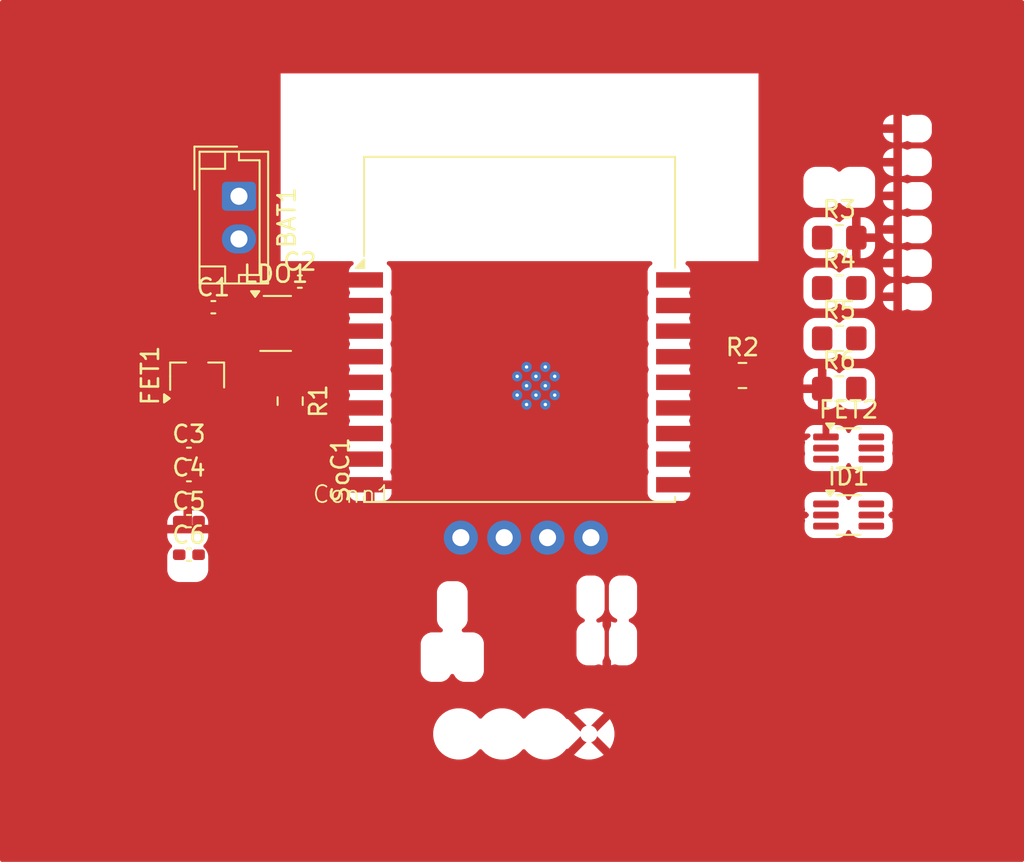
<source format=kicad_pcb>
(kicad_pcb (version 20241229) (generator "pcbnew") (generator_version "9.0")
  (layers (0 "F.Cu" signal) (2 "B.Cu" signal) (13 "F.Paste" user) (15 "B.Paste" user) (5 "F.SilkS" user "F.Silkscreen") (7 "B.SilkS" user "B.Silkscreen") (1 "F.Mask" user) (3 "B.Mask" user) (25 "Edge.Cuts" user))
  (net 0 "")
  (net 1 "GND")
  (net 2 "+BATT")
  (net 3 "+3.3V")
  (net 4 "Net-(SoC1-EN)")
  (net 5 "VIN")
  (net 6 "Net-(SoC1-IO5)")
  (net 7 "Net-(Conn1-DATA+)")
  (net 8 "Net-(Conn1-DATA-)")
  (net 9 "Net-(FET1-D)")
  (net 10 "Net-(FET2-G1)")
  (net 11 "Net-(FET2-D2_1)")
  (net 12 "Net-(FET2-D1{slash}G2)")
  (footprint "Resistor_SMD:R_0805_2012Metric_Pad1.20x1.40mm_HandSolder" (layer "F.Cu") (at 49.5 57 -90)
    (property "Reference" "R1" (at 0 -1.65 90) (layer "F.SilkS"))
    (property "Value" "10kΩ/100kΩ")
    (fp_line (start -0.227064 0.735) (end 0.227064 0.735) (stroke (width 0.12)) (layer "F.SilkS"))
    (fp_line (start -0.227064 -0.735) (end 0.227064 -0.735) (stroke (width 0.12)) (layer "F.SilkS"))
    (pad "1" smd roundrect (at -1 0 270) (size 1.2 1.4) (layers "F.Cu" "F.Mask" "F.Paste") (roundrect_rratio 0.208333) (net 1 "GND"))
    (pad "2" smd roundrect (at 1 0 270) (size 1.2 1.4) (layers "F.Cu" "F.Mask" "F.Paste") (roundrect_rratio 0.208333) (net 5 "VIN"))
  )
  (footprint "Capacitor_SMD:C_0402_1005Metric_Pad0.74x0.62mm_HandSolder" (layer "F.Cu") (at 45 51.5)
    (property "Reference" "C1" (at 0 -1.16 0) (layer "F.SilkS"))
    (property "Value" "4.7µF")
    (fp_line (start -0.115835 -0.36) (end 0.115835 -0.36) (stroke (width 0.12)) (layer "F.SilkS"))
    (fp_line (start -0.115835 0.36) (end 0.115835 0.36) (stroke (width 0.12)) (layer "F.SilkS"))
    (pad "1" smd roundrect (at -0.5675 0) (size 0.735 0.62) (layers "F.Cu" "F.Mask" "F.Paste") (net 1 "GND"))
    (pad "2" smd roundrect (at 0.5675 0) (size 0.735 0.62) (layers "F.Cu" "F.Mask" "F.Paste") (net 2 "+BATT"))
  )
  (footprint "Resistor_SMD:R_0805_2012Metric_Pad1.20x1.40mm_HandSolder" (layer "F.Cu") (at 81.67 53.325)
    (property "Reference" "R5" (at 0 -1.65 0) (layer "F.SilkS"))
    (property "Value" "100kΩ")
    (fp_line (start -0.227064 -0.735) (end 0.227064 -0.735) (stroke (width 0.12)) (layer "F.SilkS"))
    (fp_line (start -0.227064 0.735) (end 0.227064 0.735) (stroke (width 0.12)) (layer "F.SilkS"))
    (pad "1" smd roundrect (at -1 0) (size 1.2 1.4) (layers "F.Cu" "F.Mask" "F.Paste") (roundrect_rratio 0.208333) (net 6 "Net-(SoC1-IO5)"))
    (pad "2" smd roundrect (at 1 0) (size 1.2 1.4) (layers "F.Cu" "F.Mask" "F.Paste") (roundrect_rratio 0.208333) (net 11 "Net-(FET2-D2_1)"))
  )
  (footprint "Resistor_SMD:R_0805_2012Metric_Pad1.20x1.40mm_HandSolder" (layer "F.Cu") (at 76 55.5)
    (property "Reference" "R2" (at 0 -1.65 0) (layer "F.SilkS"))
    (property "Value" "10kΩ")
    (fp_line (start -0.227064 -0.735) (end 0.227064 -0.735) (stroke (width 0.12)) (layer "F.SilkS"))
    (fp_line (start -0.227064 0.735) (end 0.227064 0.735) (stroke (width 0.12)) (layer "F.SilkS"))
    (pad "1" smd roundrect (at -1 0) (size 1.2 1.4) (layers "F.Cu" "F.Mask" "F.Paste") (roundrect_rratio 0.208333) (net 4 "Net-(SoC1-EN)"))
    (pad "2" smd roundrect (at 1 0) (size 1.2 1.4) (layers "F.Cu" "F.Mask" "F.Paste") (roundrect_rratio 0.208333) (net 3 "+3.3V"))
  )
  (footprint "Package_TO_SOT_SMD:SOT-363_SC-70-6_Handsoldering" (layer "F.Cu") (at 82.22 59.75)
    (property "Reference" "FET2" (at 0 -2.25 0) (layer "F.SilkS"))
    (property "Value" "NTJD1155LT2G")
    (fp_line (start -0.71 -1.16) (end 0.7 -1.16) (stroke (width 0.12)) (layer "F.SilkS"))
    (fp_line (start -0.7 1.16) (end 0.7 1.16) (stroke (width 0.12)) (layer "F.SilkS"))
    (fp_poly (pts (xy -1.08 -1.11) (xy -1.32 -1.44) (xy -0.84 -1.44) (xy -1.08 -1.11)) (stroke (width 0.12)) (fill yes) (layer "F.SilkS"))
    (pad "1" smd roundrect (at -1.33 -0.65) (size 1.5 0.4) (layers "F.Cu" "F.Mask" "F.Paste") (net 1 "GND"))
    (pad "2" smd roundrect (at -1.33 0) (size 1.5 0.4) (layers "F.Cu" "F.Mask" "F.Paste") (net 11 "Net-(FET2-D2_1)"))
    (pad "3" smd roundrect (at -1.33 0.65) (size 1.5 0.4) (layers "F.Cu" "F.Mask" "F.Paste") (net 11 "Net-(FET2-D2_1)"))
    (pad "4" smd roundrect (at 1.33 0.65) (size 1.5 0.4) (layers "F.Cu" "F.Mask" "F.Paste") (net 2 "+BATT"))
    (pad "5" smd roundrect (at 1.33 0) (size 1.5 0.4) (layers "F.Cu" "F.Mask" "F.Paste") (net 10 "Net-(FET2-G1)"))
    (pad "6" smd roundrect (at 1.33 -0.65) (size 1.5 0.4) (layers "F.Cu" "F.Mask" "F.Paste") (net 12 "Net-(FET2-D1{slash}G2)"))
  )
  (footprint "Resistor_SMD:R_0805_2012Metric_Pad1.20x1.40mm_HandSolder" (layer "F.Cu") (at 81.67 50.375)
    (property "Reference" "R4" (at 0 -1.65 0) (layer "F.SilkS"))
    (property "Value" "100kΩ")
    (fp_line (start -0.227064 -0.735) (end 0.227064 -0.735) (stroke (width 0.12)) (layer "F.SilkS"))
    (fp_line (start -0.227064 0.735) (end 0.227064 0.735) (stroke (width 0.12)) (layer "F.SilkS"))
    (pad "1" smd roundrect (at -1 0) (size 1.2 1.4) (layers "F.Cu" "F.Mask" "F.Paste") (roundrect_rratio 0.208333) (net 12 "Net-(FET2-D1{slash}G2)"))
    (pad "2" smd roundrect (at 1 0) (size 1.2 1.4) (layers "F.Cu" "F.Mask" "F.Paste") (roundrect_rratio 0.208333) (net 2 "+BATT"))
  )
  (footprint "Custom_Footprints:Connector_Magnetic_4_Pin" (layer "F.Cu") (at 63.31 65)
    (property "Reference" "Conn1" (at -10.16 -2.54 0) (layer "F.SilkS") (effects (font (thickness 0.1))))
    (property "Value" "Magnetic_Connector")
    (pad "1" thru_hole circle (at -3.81 0) (size 2 2) (drill 1) (layers "*.Cu" "*.Mask") (net 5 "VIN"))
    (pad "2" thru_hole circle (at -1.27 0) (size 2 2) (drill 1) (layers "*.Cu" "*.Mask") (net 7 "Net-(Conn1-DATA+)"))
    (pad "3" thru_hole circle (at 1.27 0) (size 2 2) (drill 1) (layers "*.Cu" "*.Mask") (net 8 "Net-(Conn1-DATA-)"))
    (pad "4" thru_hole circle (at 3.81 0) (size 2 2) (drill 1) (layers "*.Cu" "*.Mask") (net 1 "GND"))
  )
  (footprint "Package_TO_SOT_SMD:SOT-23-5_HandSoldering" (layer "F.Cu") (at 48.65 52.45)
    (property "Reference" "LDO1" (at 0 -2.9 0) (layer "F.SilkS"))
    (property "Value" "AP7366EA-33W5-7")
    (fp_line (start -0.9 1.61) (end 0.9 1.61) (stroke (width 0.12)) (layer "F.SilkS"))
    (fp_line (start 0.1 -1.61) (end -0.7 -1.61) (stroke (width 0.12)) (layer "F.SilkS"))
    (fp_line (start 0.1 -1.61) (end 0.9 -1.61) (stroke (width 0.12)) (layer "F.SilkS"))
    (fp_poly (pts (xy -1.2 -1.56) (xy -1.44 -1.89) (xy -0.96 -1.89) (xy -1.2 -1.56)) (stroke (width 0.12)) (fill yes) (layer "F.SilkS"))
    (pad "1" smd roundrect (at -1.35 -0.95) (size 1.56 0.65) (layers "F.Cu" "F.Mask" "F.Paste") (net 2 "+BATT"))
    (pad "2" smd roundrect (at -1.35 0) (size 1.56 0.65) (layers "F.Cu" "F.Mask" "F.Paste") (net 1 "GND"))
    (pad "3" smd roundrect (at -1.35 0.95) (size 1.56 0.65) (layers "F.Cu" "F.Mask" "F.Paste") (net 9 "Net-(FET1-D)"))
    (pad "4" smd roundrect (at 1.35 0.95) (size 1.56 0.65) (layers "F.Cu" "F.Mask" "F.Paste"))
    (pad "5" smd roundrect (at 1.35 -0.95) (size 1.56 0.65) (layers "F.Cu" "F.Mask" "F.Paste") (net 3 "+3.3V"))
  )
  (footprint "Capacitor_SMD:C_0402_1005Metric_Pad0.74x0.62mm_HandSolder" (layer "F.Cu") (at 43.5675 62.06)
    (property "Reference" "C4" (at 0 -1.16 0) (layer "F.SilkS"))
    (property "Value" "4.7µF")
    (fp_line (start -0.115835 -0.36) (end 0.115835 -0.36) (stroke (width 0.12)) (layer "F.SilkS"))
    (fp_line (start -0.115835 0.36) (end 0.115835 0.36) (stroke (width 0.12)) (layer "F.SilkS"))
    (pad "1" smd roundrect (at -0.5675 0) (size 0.735 0.62) (layers "F.Cu" "F.Mask" "F.Paste") (net 1 "GND"))
    (pad "2" smd roundrect (at 0.5675 0) (size 0.735 0.62) (layers "F.Cu" "F.Mask" "F.Paste") (net 5 "VIN"))
  )
  (footprint "Package_TO_SOT_SMD:SOT-363_SC-70-6_Handsoldering" (layer "F.Cu") (at 82.22 63.675)
    (property "Reference" "ID1" (at 0 -2.25 0) (layer "F.SilkS"))
    (property "Value" "LM66100DCKR")
    (fp_line (start -0.71 -1.16) (end 0.7 -1.16) (stroke (width 0.12)) (layer "F.SilkS"))
    (fp_line (start -0.7 1.16) (end 0.7 1.16) (stroke (width 0.12)) (layer "F.SilkS"))
    (fp_poly (pts (xy -1.08 -1.11) (xy -1.32 -1.44) (xy -0.84 -1.44) (xy -1.08 -1.11)) (stroke (width 0.12)) (fill yes) (layer "F.SilkS"))
    (pad "1" smd roundrect (at -1.33 -0.65) (size 1.5 0.4) (layers "F.Cu" "F.Mask" "F.Paste") (net 5 "VIN"))
    (pad "2" smd roundrect (at -1.33 0) (size 1.5 0.4) (layers "F.Cu" "F.Mask" "F.Paste") (net 1 "GND"))
    (pad "3" smd roundrect (at -1.33 0.65) (size 1.5 0.4) (layers "F.Cu" "F.Mask" "F.Paste") (net 2 "+BATT"))
    (pad "4" smd roundrect (at 1.33 0.65) (size 1.5 0.4) (layers "F.Cu" "F.Mask" "F.Paste"))
    (pad "5" smd roundrect (at 1.33 0) (size 1.5 0.4) (layers "F.Cu" "F.Mask" "F.Paste") (net 1 "GND"))
    (pad "6" smd roundrect (at 1.33 -0.65) (size 1.5 0.4) (layers "F.Cu" "F.Mask" "F.Paste") (net 2 "+BATT"))
  )
  (footprint "Capacitor_SMD:C_0402_1005Metric_Pad0.74x0.62mm_HandSolder" (layer "F.Cu") (at 43.5675 64.03)
    (property "Reference" "C5" (at 0 -1.16 0) (layer "F.SilkS"))
    (property "Value" "4.7µF")
    (fp_line (start -0.115835 -0.36) (end 0.115835 -0.36) (stroke (width 0.12)) (layer "F.SilkS"))
    (fp_line (start -0.115835 0.36) (end 0.115835 0.36) (stroke (width 0.12)) (layer "F.SilkS"))
    (pad "1" smd roundrect (at -0.5675 0) (size 0.735 0.62) (layers "F.Cu" "F.Mask" "F.Paste") (net 1 "GND"))
    (pad "2" smd roundrect (at 0.5675 0) (size 0.735 0.62) (layers "F.Cu" "F.Mask" "F.Paste") (net 6 "Net-(SoC1-IO5)"))
  )
  (footprint "Resistor_SMD:R_0805_2012Metric_Pad1.20x1.40mm_HandSolder" (layer "F.Cu") (at 81.67 56.275)
    (property "Reference" "R6" (at 0 -1.65 0) (layer "F.SilkS"))
    (property "Value" "10kΩ")
    (fp_line (start -0.227064 -0.735) (end 0.227064 -0.735) (stroke (width 0.12)) (layer "F.SilkS"))
    (fp_line (start -0.227064 0.735) (end 0.227064 0.735) (stroke (width 0.12)) (layer "F.SilkS"))
    (pad "1" smd roundrect (at -1 0) (size 1.2 1.4) (layers "F.Cu" "F.Mask" "F.Paste") (roundrect_rratio 0.208333) (net 1 "GND"))
    (pad "2" smd roundrect (at 1 0) (size 1.2 1.4) (layers "F.Cu" "F.Mask" "F.Paste") (roundrect_rratio 0.208333) (net 6 "Net-(SoC1-IO5)"))
  )
  (footprint "Capacitor_SMD:C_0402_1005Metric_Pad0.74x0.62mm_HandSolder" (layer "F.Cu") (at 43.5675 66)
    (property "Reference" "C6" (at 0 -1.16 0) (layer "F.SilkS"))
    (property "Value" "4.7µF")
    (fp_line (start -0.115835 -0.36) (end 0.115835 -0.36) (stroke (width 0.12)) (layer "F.SilkS"))
    (fp_line (start -0.115835 0.36) (end 0.115835 0.36) (stroke (width 0.12)) (layer "F.SilkS"))
    (pad "1" smd roundrect (at -0.5675 0) (size 0.735 0.62) (layers "F.Cu" "F.Mask" "F.Paste") (net 1 "GND"))
    (pad "2" smd roundrect (at 0.5675 0) (size 0.735 0.62) (layers "F.Cu" "F.Mask" "F.Paste") (net 6 "Net-(SoC1-IO5)"))
  )
  (footprint "Capacitor_SMD:C_0402_1005Metric_Pad0.74x0.62mm_HandSolder" (layer "F.Cu") (at 50.0675 50)
    (property "Reference" "C2" (at 0 -1.16 0) (layer "F.SilkS"))
    (property "Value" "4.7µF")
    (fp_line (start -0.115835 -0.36) (end 0.115835 -0.36) (stroke (width 0.12)) (layer "F.SilkS"))
    (fp_line (start -0.115835 0.36) (end 0.115835 0.36) (stroke (width 0.12)) (layer "F.SilkS"))
    (pad "1" smd roundrect (at -0.5675 0) (size 0.735 0.62) (layers "F.Cu" "F.Mask" "F.Paste") (net 1 "GND"))
    (pad "2" smd roundrect (at 0.5675 0) (size 0.735 0.62) (layers "F.Cu" "F.Mask" "F.Paste") (net 3 "+3.3V"))
  )
  (footprint "Connector_JST:JST_EH_B2B-EH-A_1x02_P2.50mm_Vertical" (layer "F.Cu") (at 46.5 45 -90)
    (property "Reference" "BAT1" (at 1.25 -2.8 90) (layer "F.SilkS"))
    (property "Value" "JST_Connector")
    (fp_line (start -2.91 2.61) (end -0.41 2.61) (stroke (width 0.12)) (layer "F.SilkS"))
    (fp_line (start -2.61 2.31) (end 5.11 2.31) (stroke (width 0.12)) (layer "F.SilkS"))
    (fp_line (start 5.11 2.31) (end 5.11 -1.71) (stroke (width 0.12)) (layer "F.SilkS"))
    (fp_line (start -2.61 0.81) (end -1.61 0.81) (stroke (width 0.12)) (layer "F.SilkS"))
    (fp_line (start -1.61 0.81) (end -1.61 2.31) (stroke (width 0.12)) (layer "F.SilkS"))
    (fp_line (start 4.11 0.81) (end 4.11 2.31) (stroke (width 0.12)) (layer "F.SilkS"))
    (fp_line (start 5.11 0.81) (end 4.11 0.81) (stroke (width 0.12)) (layer "F.SilkS"))
    (fp_line (start -2.91 0.11) (end -2.91 2.61) (stroke (width 0.12)) (layer "F.SilkS"))
    (fp_line (start -2.61 0) (end -2.11 0) (stroke (width 0.12)) (layer "F.SilkS"))
    (fp_line (start -2.11 0) (end -2.11 -1.21) (stroke (width 0.12)) (layer "F.SilkS"))
    (fp_line (start 4.61 0) (end 5.11 0) (stroke (width 0.12)) (layer "F.SilkS"))
    (fp_line (start -2.11 -1.21) (end 4.61 -1.21) (stroke (width 0.12)) (layer "F.SilkS"))
    (fp_line (start 4.61 -1.21) (end 4.61 0) (stroke (width 0.12)) (layer "F.SilkS"))
    (fp_line (start -2.61 -1.71) (end -2.61 2.31) (stroke (width 0.12)) (layer "F.SilkS"))
    (fp_line (start 5.11 -1.71) (end -2.61 -1.71) (stroke (width 0.12)) (layer "F.SilkS"))
    (pad "1" thru_hole roundrect (at 0 0 270) (size 1.7 2) (drill 1) (layers "*.Cu" "*.Mask") (roundrect_rratio 0.147059) (net 1 "GND"))
    (pad "2" thru_hole oval (at 2.5 0 270) (size 1.7 2) (drill 1) (layers "*.Cu" "*.Mask") (net 2 "+BATT"))
  )
  (footprint "Package_TO_SOT_SMD:SOT-23_Handsoldering" (layer "F.Cu") (at 44.05 55.5 90)
    (property "Reference" "FET1" (at 0 -2.75 90) (layer "F.SilkS"))
    (property "Value" "PMV35EPE")
    (fp_line (start 0.76 -1.58) (end 0.76 -0.65) (stroke (width 0.12)) (layer "F.SilkS"))
    (fp_line (start -0.04 -1.58) (end 0.76 -1.58) (stroke (width 0.12)) (layer "F.SilkS"))
    (fp_line (start -0.04 -1.58) (end -0.84 -1.58) (stroke (width 0.12)) (layer "F.SilkS"))
    (fp_line (start 0.76 1.58) (end 0.76 0.65) (stroke (width 0.12)) (layer "F.SilkS"))
    (fp_line (start 0.76 1.58) (end -0.7 1.58) (stroke (width 0.12)) (layer "F.SilkS"))
    (fp_poly (pts (xy -1.34 -1.61) (xy -1.58 -1.94) (xy -1.1 -1.94) (xy -1.34 -1.61)) (stroke (width 0.12)) (fill yes) (layer "F.SilkS"))
    (pad "1" smd roundrect (at -1.5 -0.95 90) (size 1.9 0.8) (layers "F.Cu" "F.Mask" "F.Paste") (net 5 "VIN"))
    (pad "2" smd roundrect (at -1.5 0.95 90) (size 1.9 0.8) (layers "F.Cu" "F.Mask" "F.Paste") (net 2 "+BATT"))
    (pad "3" smd roundrect (at 1.5 0 90) (size 1.9 0.8) (layers "F.Cu" "F.Mask" "F.Paste") (net 9 "Net-(FET1-D)"))
  )
  (footprint "Capacitor_SMD:C_0402_1005Metric_Pad0.74x0.62mm_HandSolder" (layer "F.Cu") (at 43.5675 60.09)
    (property "Reference" "C3" (at 0 -1.16 0) (layer "F.SilkS"))
    (property "Value" "4.7µF")
    (fp_line (start -0.115835 -0.36) (end 0.115835 -0.36) (stroke (width 0.12)) (layer "F.SilkS"))
    (fp_line (start -0.115835 0.36) (end 0.115835 0.36) (stroke (width 0.12)) (layer "F.SilkS"))
    (pad "1" smd roundrect (at -0.5675 0) (size 0.735 0.62) (layers "F.Cu" "F.Mask" "F.Paste") (net 1 "GND"))
    (pad "2" smd roundrect (at 0.5675 0) (size 0.735 0.62) (layers "F.Cu" "F.Mask" "F.Paste") (net 4 "Net-(SoC1-EN)"))
  )
  (footprint "Custom_Footprints:ESP32-C3-WROOM-02_Handsolder" (layer "F.Cu") (at 62.94 55.9)
    (property "Reference" "SoC1" (at -10.5 5.13 90) (layer "F.SilkS"))
    (property "Value" "ESP32-C3-WROOM-02")
    (fp_line (start -9.11 -13.21) (end -9.11 -7.4) (stroke (width 0.12)) (layer "F.SilkS"))
    (fp_line (start -9.11 -13.21) (end 9.11 -13.21) (stroke (width 0.12)) (layer "F.SilkS"))
    (fp_line (start -9.11 6.71) (end -9.11 7.01) (stroke (width 0.12)) (layer "F.SilkS"))
    (fp_line (start -9.11 7.01) (end 9.11 7.01) (stroke (width 0.12)) (layer "F.SilkS"))
    (fp_line (start 9.11 -13.21) (end 9.11 -6.71) (stroke (width 0.12)) (layer "F.SilkS"))
    (fp_line (start 9.11 6.71) (end 9.11 7.01) (stroke (width 0.12)) (layer "F.SilkS"))
    (fp_poly (pts (xy -9.1 -6.7) (xy -9.6 -6.7) (xy -9.1 -7.2) (xy -9.1 -6.7)) (stroke (width 0.12)) (fill yes) (layer "F.SilkS"))
    (pad "1" smd rect (at -9.5 -6) (size 3 0.9) (layers "F.Cu" "F.Mask" "F.Paste") (net 3 "+3.3V"))
    (pad "2" smd rect (at -9.5 -4.5) (size 3 0.9) (layers "F.Cu" "F.Mask" "F.Paste") (net 4 "Net-(SoC1-EN)"))
    (pad "3" smd rect (at -9.5 -3) (size 3 0.9) (layers "F.Cu" "F.Mask" "F.Paste"))
    (pad "4" smd rect (at -9.5 -1.5) (size 3 0.9) (layers "F.Cu" "F.Mask" "F.Paste") (net 6 "Net-(SoC1-IO5)"))
    (pad "5" smd rect (at -9.5 0) (size 3 0.9) (layers "F.Cu" "F.Mask" "F.Paste") (net 8 "Net-(Conn1-DATA-)"))
    (pad "6" smd rect (at -9.5 1.5) (size 3 0.9) (layers "F.Cu" "F.Mask" "F.Paste") (net 7 "Net-(Conn1-DATA+)"))
    (pad "7" smd rect (at -9.5 3) (size 3 0.9) (layers "F.Cu" "F.Mask" "F.Paste"))
    (pad "8" smd rect (at -9.5 4.5) (size 3 0.9) (layers "F.Cu" "F.Mask" "F.Paste"))
    (pad "9" smd rect (at -9.5 6) (size 3 0.9) (layers "F.Cu" "F.Mask" "F.Paste") (net 1 "GND"))
    (pad "10" smd rect (at 9.5 6) (size 3 0.9) (layers "F.Cu" "F.Mask" "F.Paste") (net 10 "Net-(FET2-G1)"))
    (pad "11" smd rect (at 9.5 4.5) (size 3 0.9) (layers "F.Cu" "F.Mask" "F.Paste"))
    (pad "12" smd rect (at 9.5 3) (size 3 0.9) (layers "F.Cu" "F.Mask" "F.Paste"))
    (pad "13" smd rect (at 9.5 1.5) (size 3 0.9) (layers "F.Cu" "F.Mask" "F.Paste") (net 8 "Net-(Conn1-DATA-)"))
    (pad "14" smd rect (at 9.5 0) (size 3 0.9) (layers "F.Cu" "F.Mask" "F.Paste") (net 7 "Net-(Conn1-DATA+)"))
    (pad "15" smd rect (at 9.5 -1.5) (size 3 0.9) (layers "F.Cu" "F.Mask" "F.Paste"))
    (pad "16" smd rect (at 9.5 -3) (size 3 0.9) (layers "F.Cu" "F.Mask" "F.Paste"))
    (pad "17" smd rect (at 9.5 -4.5) (size 3 0.9) (layers "F.Cu" "F.Mask" "F.Paste"))
    (pad "18" smd rect (at 9.5 -6) (size 3 0.9) (layers "F.Cu" "F.Mask" "F.Paste"))
    (pad "19" thru_hole circle (at -0.14 -0.35) (size 0.6 0.6) (drill 0.2) (property pad_prop_heatsink) (layers "*.Cu" "F.Mask") (net 1 "GND"))
    (pad "19" thru_hole circle (at -0.14 0.75) (size 0.6 0.6) (drill 0.2) (property pad_prop_heatsink) (layers "*.Cu" "F.Mask") (net 1 "GND"))
    (pad "19" thru_hole circle (at 0.41 -0.9) (size 0.6 0.6) (drill 0.2) (property pad_prop_heatsink) (layers "*.Cu" "F.Mask") (net 1 "GND"))
    (pad "19" thru_hole circle (at 0.41 0.2) (size 0.6 0.6) (drill 0.2) (property pad_prop_heatsink) (layers "*.Cu" "F.Mask") (net 1 "GND"))
    (pad "19" thru_hole circle (at 0.41 1.3) (size 0.6 0.6) (drill 0.2) (property pad_prop_heatsink) (layers "*.Cu" "F.Mask") (net 1 "GND"))
    (pad "19" thru_hole circle (at 0.96 -0.35) (size 0.6 0.6) (drill 0.2) (property pad_prop_heatsink) (layers "*.Cu" "F.Mask") (net 1 "GND"))
    (pad "19" smd rect (at 0.96 0.2) (size 2.9 2.9) (property pad_prop_heatsink) (layers "F.Cu" "F.Mask") (net 1 "GND"))
    (pad "19" thru_hole circle (at 0.96 0.75) (size 0.6 0.6) (drill 0.2) (property pad_prop_heatsink) (layers "*.Cu" "F.Mask") (net 1 "GND"))
    (pad "19" thru_hole circle (at 1.51 -0.9) (size 0.6 0.6) (drill 0.2) (property pad_prop_heatsink) (layers "*.Cu" "F.Mask") (net 1 "GND"))
    (pad "19" thru_hole circle (at 1.51 0.2) (size 0.6 0.6) (drill 0.2) (property pad_prop_heatsink) (layers "*.Cu" "F.Mask") (net 1 "GND"))
    (pad "19" thru_hole circle (at 1.51 1.3) (size 0.6 0.6) (drill 0.2) (property pad_prop_heatsink) (layers "*.Cu" "F.Mask") (net 1 "GND"))
    (pad "19" thru_hole circle (at 2.06 -0.35) (size 0.6 0.6) (drill 0.2) (property pad_prop_heatsink) (layers "*.Cu" "F.Mask") (net 1 "GND"))
    (pad "19" thru_hole circle (at 2.06 0.75) (size 0.6 0.6) (drill 0.2) (property pad_prop_heatsink) (layers "*.Cu" "F.Mask") (net 1 "GND"))
    (zone (net 0) (net_name "") (layers "F.Cu" "B.Cu") (connect_pads (clearance 0)) (min_thickness 0.254)
      (keepout (tracks not_allowed) (vias not_allowed) (pads not_allowed) (copperpour not_allowed) (footprints not_allowed))
      (fill (thermal_gap 0.508) (thermal_bridge_width 0.508))
      (polygon (pts (xy 48.94 48.8) (xy 76.94 48.8) (xy 76.94 37.8) (xy 48.94 37.8)))
    )
  )
  (footprint "Resistor_SMD:R_0805_2012Metric_Pad1.20x1.40mm_HandSolder" (layer "F.Cu") (at 81.67 47.425)
    (property "Reference" "R3" (at 0 -1.65 0) (layer "F.SilkS"))
    (property "Value" "10kΩ/100kΩ")
    (fp_line (start -0.227064 -0.735) (end 0.227064 -0.735) (stroke (width 0.12)) (layer "F.SilkS"))
    (fp_line (start -0.227064 0.735) (end 0.227064 0.735) (stroke (width 0.12)) (layer "F.SilkS"))
    (pad "1" smd roundrect (at -1 0) (size 1.2 1.4) (layers "F.Cu" "F.Mask" "F.Paste") (roundrect_rratio 0.208333) (net 9 "Net-(FET1-D)"))
    (pad "2" smd roundrect (at 1 0) (size 1.2 1.4) (layers "F.Cu" "F.Mask" "F.Paste") (roundrect_rratio 0.208333) (net 1 "GND"))
  )
  (segment (start 45.5675 51.5) (end 47.3 51.5) (width 0.2) (layer "F.Cu") (net 2))
  (segment (start 46.5 50.5675) (end 45.5675 51.5) (width 0.2) (layer "F.Cu") (net 2))
  (segment (start 46.5 47.5) (end 46.5 50.5675) (width 0.2) (layer "F.Cu") (net 2))
  (segment (start 53.34 50) (end 53.44 49.9) (width 0.2) (layer "F.Cu") (net 3))
  (segment (start 50 51.5) (end 50 50.635) (width 0.2) (layer "F.Cu") (net 3))
  (segment (start 50 50.635) (end 50.635 50) (width 0.2) (layer "F.Cu") (net 3))
  (segment (start 54.09 50) (end 54.19 49.9) (width 0.2) (layer "F.Cu") (net 3))
  (segment (start 50.635 50) (end 53.34 50) (width 0.2) (layer "F.Cu") (net 3))
  (segment (start 52.0675 50) (end 54.09 50) (width 0.2) (layer "F.Cu") (net 3))
  (zone (net 1) (net_name "GND") (layer "F.Cu") (connect_pads (clearance 0.5)) (min_thickness 0.25) (fill yes (thermal_gap 0.5) (thermal_bridge_width 0.5))
    (polygon (pts (xy 32.5 33.5) (xy 92.5 33.5) (xy 92.5 84) (xy 32.5 84)))
  )
)
</source>
